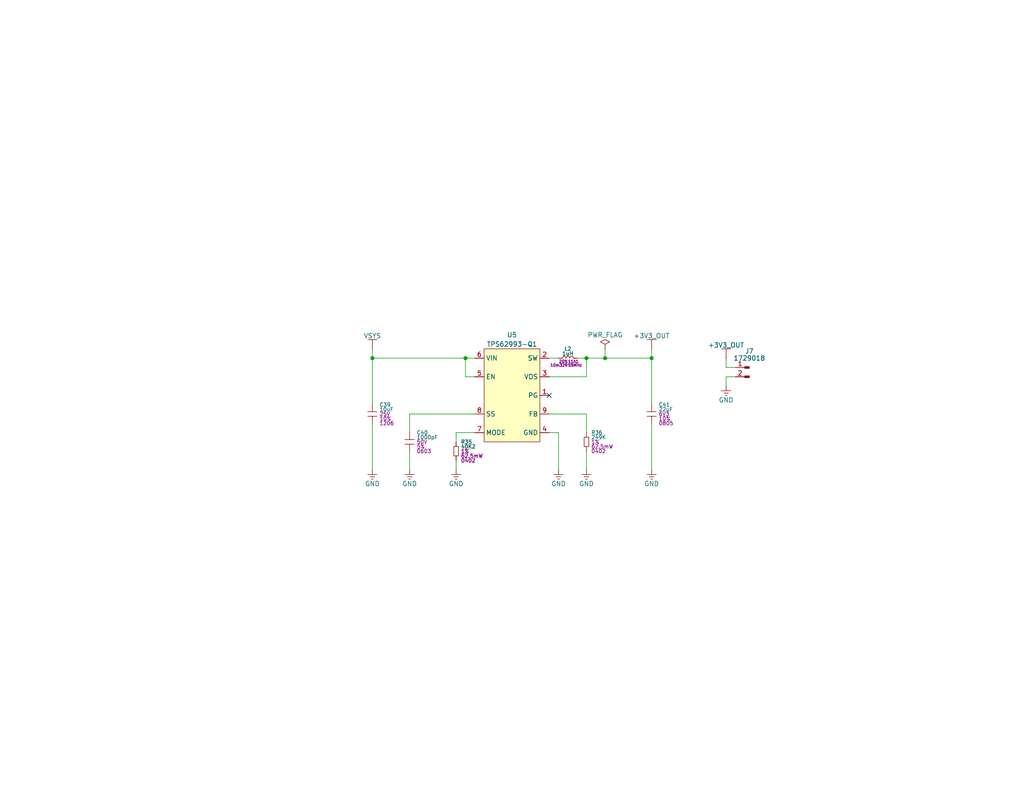
<source format=kicad_sch>
(kicad_sch (version 20250114) (generator "eeschema") (generator_version "9.0")
  (paper "USLetter")
  (title_block (title "Voltage Regulator") (date "2025-01-14") (rev "2.1") (comment 2 "PROTOTYPE") (comment 3 "2024"))
  (lib_symbols
    (symbol "lib_sch:+3V3_OUT" (power) (pin_numbers (hide yes)) (pin_names (offset 0) (hide yes))
      (property "Value" "+3V3_OUT" (at 0 3.556 0))
      (symbol "+3V3_OUT_0_1"
        (polyline (pts (xy -1.27 2.54) (xy 0 2.54)))
        (polyline (pts (xy 0 2.54) (xy 1.27 2.54)))
        (polyline (pts (xy 0 0) (xy 0 2.54)))
      )
      (symbol "+3V3_OUT_1_1"
        (pin power_in line (at 0 0 90) (length 0) (name "~") (number "1"))
      )
    )
    (symbol "lib_sch:C" (pin_numbers (hide yes)) (pin_names (hide yes))
      (property "Reference" "C?" (at 1.905 2.54 0))
      (property "Value" "CAP" (at 1.905 1.27 0))
      (property "Tolerance" "TOL" (at 1.905 -1.27 0))
      (property "Voltage Rating" "VOLTAGE" (at 1.905 0 0))
      (property "Package" "PKG" (at 1.905 -2.54 0))
      (symbol "C_0_1"
        (polyline (pts (xy -1.27 0.635) (xy 1.27 0.635)))
        (polyline (pts (xy -1.27 -0.635) (xy 1.27 -0.635)))
      )
      (symbol "C_1_1"
        (pin passive line (at 0 2.54 270) (length 1.905) (name "") (number "1"))
        (pin passive line (at 0 -2.54 90) (length 1.905) (name "") (number "2"))
      )
    )
    (symbol "lib_sch:Conn_01x02_Pin" (pin_names (hide yes))
      (property "Reference" "J?" (at 0 5.715 0))
      (property "Value" "VAL" (at 0 3.81 0))
      (symbol "Conn_01x02_Pin_1_0"
        (pin passive line (at 3.81 1.27 180) (length 2.54) (name "") (number "1"))
        (pin passive line (at 3.81 -1.27 180) (length 2.54) (name "") (number "2"))
      )
      (symbol "Conn_01x02_Pin_1_1"
        (rectangle (start 0 1.524) (end 1.27 1.016) (fill (type outline)))
        (rectangle (start 0 -1.016) (end 1.27 -1.524) (fill (type outline)))
      )
    )
    (symbol "lib_sch:GND" (power) (pin_numbers (hide yes)) (pin_names (offset 0) (hide yes))
      (property "Value" "GND" (at 0 -3.81 0))
      (symbol "GND_0_1"
        (polyline (pts (xy -1.27 -1.27) (xy -1.27 -1.27)))
        (polyline (pts (xy -0.635 -1.905) (xy 0.635 -1.905)))
        (polyline (pts (xy -0.254 -2.54) (xy -0.254 -2.54)))
        (polyline (pts (xy -0.254 -2.54) (xy 0.254 -2.54)))
        (polyline (pts (xy 0 0) (xy 0 -1.27)))
        (polyline (pts (xy 1.27 -1.27) (xy -1.27 -1.27)))
      )
      (symbol "GND_1_1"
        (pin power_in line (at 0 0 270) (length 0) (name "~") (number "1"))
      )
    )
    (symbol "lib_sch:L_horizontal" (pin_numbers (hide yes)) (pin_names (hide yes))
      (property "Reference" "L?" (at 0 2.54 0))
      (property "Value" "VAL" (at 0 1.27 0))
      (property "Tolerance" "TOL" (at 0 -0.889 0))
      (property "Current Rating" "IMAX" (at 0 -0.889 0))
      (property "DC Resistance" "DCR" (at 0 -1.905 0))
      (property "Resonant Frequency" "FRES" (at 0 -1.905 0))
      (symbol "L_horizontal_0_1"
        (arc (start -1.524 0) (mid -1.3752 0.3592) (end -1.016 0.508))
        (arc (start -1.016 0.508) (mid -0.6568 0.3592) (end -0.508 0))
        (arc (start -0.508 0) (mid -0.3592 0.3592) (end 0 0.508))
        (arc (start 0 0.508) (mid 0.3592 0.3592) (end 0.508 0))
        (arc (start 0.508 0) (mid 0.6568 0.3592) (end 1.016 0.508))
        (arc (start 1.016 0.508) (mid 1.3752 0.3592) (end 1.524 0))
      )
      (symbol "L_horizontal_1_0"
        (pin passive line (at -2.54 0 0) (length 1.016) (name "") (number "1"))
        (pin passive line (at 2.54 0 180) (length 1.016) (name "") (number "2"))
      )
    )
    (symbol "lib_sch:PWR_FLAG" (power) (pin_numbers (hide yes)) (pin_names (offset 0) (hide yes))
      (property "Value" "PWR_FLAG" (at 0 3.81 0))
      (symbol "PWR_FLAG_0_1"
        (polyline (pts (xy 0 1.27) (xy -1.27 1.905) (xy 0 2.54) (xy 1.27 1.905) (xy 0 1.27)))
        (polyline (pts (xy 0 0) (xy 0 1.27)))
      )
      (symbol "PWR_FLAG_1_1"
        (pin power_out line (at 0 0 90) (length 0) (name "~") (number "1"))
      )
    )
    (symbol "lib_sch:R"
      (property "Reference" "R?" (at 1.27 2.54 0))
      (property "Value" "VAL" (at 1.27 1.27 0))
      (property "Tolerance" "TOL" (at 1.27 0 0))
      (property "Power Rating" "PWR" (at 1.27 -1.27 0))
      (property "Package" "PKG" (at 1.27 -2.54 0))
      (symbol "R_0_1"
        (polyline (pts (xy -0.635 1.27) (xy -0.635 -1.27) (xy 0.635 -1.27) (xy 0.635 1.27) (xy -0.635 1.27)))
      )
      (symbol "R_1_1"
        (pin passive line (at 0 2.54 270) (length 1.27) (name "") (number "1"))
        (pin passive line (at 0 -2.54 90) (length 1.27) (name "") (number "2"))
      )
    )
    (symbol "lib_sch:TPS62993-Q1"
      (property "Reference" "U" (at 0 16.51 0))
      (property "Value" "TPS62993-Q1" (at 0 13.97 0))
      (symbol "TPS62993-Q1_0_0"
        (pin power_in line (at -10.16 10.16 0) (length 2.54) (name "VIN") (number "6"))
        (pin input line (at -10.16 5.08 0) (length 2.54) (name "EN") (number "5"))
        (pin passive line (at 10.16 10.16 180) (length 2.54) (name "SW") (number "2"))
        (pin input line (at 10.16 5.08 180) (length 2.54) (name "VOS") (number "3"))
        (pin output line (at 10.16 0 180) (length 2.54) (name "PG") (number "1"))
        (pin input line (at 10.16 -5.08 180) (length 2.54) (name "FB") (number "9"))
        (pin passive line (at 10.16 -10.16 180) (length 2.54) (name "GND") (number "4"))
      )
      (symbol "TPS62993-Q1_1_0"
        (pin input line (at -10.16 -5.08 0) (length 2.54) (name "SS") (number "8"))
        (pin input line (at -10.16 -10.16 0) (length 2.54) (name "MODE") (number "7"))
      )
      (symbol "TPS62993-Q1_1_1"
        (rectangle (start -7.62 12.7) (end 7.62 -12.7) (fill (type background)))
      )
    )
    (symbol "lib_sch:VSYS" (power) (pin_numbers (hide yes)) (pin_names (offset 0) (hide yes))
      (property "Value" "VSYS" (at 0 3.556 0))
      (symbol "VSYS_0_1"
        (polyline (pts (xy -1.27 2.54) (xy 0 2.54)))
        (polyline (pts (xy 0 2.54) (xy 1.27 2.54)))
        (polyline (pts (xy 0 0) (xy 0 2.54)))
      )
      (symbol "VSYS_1_1"
        (pin power_in line (at 0 0 90) (length 0) (name "~") (number "1"))
      )
    )
  )
  (junction (at 101.6 97.79))
  (junction (at 177.8 97.79))
  (junction (at 160.02 97.79))
  (junction (at 127 97.79))
  (junction (at 165.1 97.79))
  (no_connect (at 149.86 107.95))
  (wire (pts (xy 160.02 118.11) (xy 160.02 113.03)))
  (wire (pts (xy 111.76 123.19) (xy 111.76 128.27)))
  (wire (pts (xy 198.12 105.41) (xy 198.12 102.87)))
  (wire (pts (xy 198.12 97.79) (xy 198.12 100.33)))
  (wire (pts (xy 124.46 125.73) (xy 124.46 128.27)))
  (wire (pts (xy 101.6 97.79) (xy 101.6 110.49)))
  (wire (pts (xy 101.6 115.57) (xy 101.6 128.27)))
  (wire (pts (xy 177.8 110.49) (xy 177.8 97.79)))
  (wire (pts (xy 152.4 128.27) (xy 152.4 118.11)))
  (wire (pts (xy 160.02 102.87) (xy 160.02 97.79)))
  (wire (pts (xy 101.6 95.25) (xy 101.6 97.79)))
  (wire (pts (xy 198.12 100.33) (xy 200.66 100.33)))
  (wire (pts (xy 160.02 97.79) (xy 165.1 97.79)))
  (wire (pts (xy 160.02 113.03) (xy 149.86 113.03)))
  (wire (pts (xy 149.86 102.87) (xy 160.02 102.87)))
  (wire (pts (xy 129.54 102.87) (xy 127 102.87)))
  (wire (pts (xy 127 97.79) (xy 129.54 97.79)))
  (wire (pts (xy 177.8 115.57) (xy 177.8 128.27)))
  (wire (pts (xy 127 102.87) (xy 127 97.79)))
  (wire (pts (xy 160.02 97.79) (xy 157.48 97.79)))
  (wire (pts (xy 165.1 97.79) (xy 177.8 97.79)))
  (wire (pts (xy 152.4 118.11) (xy 149.86 118.11)))
  (wire (pts (xy 149.86 97.79) (xy 152.4 97.79)))
  (wire (pts (xy 124.46 118.11) (xy 124.46 120.65)))
  (wire (pts (xy 165.1 95.25) (xy 165.1 97.79)))
  (wire (pts (xy 111.76 113.03) (xy 129.54 113.03)))
  (wire (pts (xy 129.54 118.11) (xy 124.46 118.11)))
  (wire (pts (xy 101.6 97.79) (xy 127 97.79)))
  (wire (pts (xy 111.76 113.03) (xy 111.76 118.11)))
  (wire (pts (xy 160.02 123.19) (xy 160.02 128.27)))
  (wire (pts (xy 177.8 95.25) (xy 177.8 97.79)))
  (wire (pts (xy 198.12 102.87) (xy 200.66 102.87)))
  (symbol (lib_id "lib_sch:GND") (at 111.76 128.27 0) (unit 1)
    (property "Reference" "#PWR066" (effects (hide yes)))
    (property "Value" "GND" (at 111.76 132.08 0))
  )
  (symbol (lib_id "lib_sch:GND") (at 198.12 105.41 0) (unit 1)
    (property "Reference" "#PWR073" (effects (hide yes)))
    (property "Value" "GND" (at 198.12 109.22 0))
  )
  (symbol (lib_id "lib_sch:GND") (at 124.46 128.27 0) (unit 1)
    (property "Reference" "#PWR067" (effects (hide yes)))
    (property "Value" "GND" (at 124.46 132.08 0))
  )
  (symbol (lib_id "lib_sch:C") (at 111.76 120.65 0) (unit 1)
    (property "Reference" "C40" (at 113.665 118.11 0) (effects (font (size 1.016 1.016)) (justify left)))
    (property "Value" "1000pF" (at 113.665 119.38 0) (effects (font (size 1.016 1.016)) (justify left)))
    (property "Footprint" "lib_fp:MLCC0603" (effects (hide yes)))
    (property "Datasheet" "datasheets/Kyocera-AVX-MLCCKAM.pdf" (effects (hide yes)))
    (property "Description" "CAP CER 1000PF 50V X7R 0603" (effects (hide yes)))
    (property "Manufacturer" "KYOCERA AVX" (effects (hide yes)))
    (property "MPN" "KAM15AR71H102JT" (effects (hide yes)))
    (property "DKPN" "478-KAM15AR71H102JTCT-ND" (effects (hide yes)))
    (property "Tolerance" "5%" (at 113.665 121.92 0) (effects (font (size 1.016 1.016)) (justify left)))
    (property "Voltage Rating" "50V" (at 113.665 120.65 0) (effects (font (size 1.016 1.016)) (justify left)))
    (property "Package" "0603" (at 113.665 123.19 0) (effects (font (size 1.016 1.016)) (justify left)))
  )
  (symbol (lib_id "lib_sch:Conn_01x02_Pin") (at 204.47 101.6 0) (mirror y) (unit 1)
    (property "Reference" "J7" (at 204.47 95.885 0))
    (property "Value" "1729018" (at 204.47 97.79 0))
    (property "Footprint" "lib_fp:5mmTerminalBlock" (effects (hide yes)))
    (property "Datasheet" "datasheets/Phoenix-Contact-1729018.pdf" (effects (hide yes)))
    (property "Description" "TERM BLK 2POS SIDE ENTRY 5MM PCB" (effects (hide yes)))
    (property "Manufacturer" "Phoenix Contact" (effects (hide yes)))
    (property "MPN" "1729018" (effects (hide yes)))
    (property "DKPN" "277-1236-ND" (effects (hide yes)))
  )
  (symbol (lib_id "lib_sch:GND") (at 152.4 128.27 0) (unit 1)
    (property "Reference" "#PWR068" (effects (hide yes)))
    (property "Value" "GND" (at 152.4 132.08 0))
  )
  (symbol (lib_id "lib_sch:R") (at 160.02 120.65 0) (unit 1)
    (property "Reference" "R36" (at 161.29 118.11 0) (effects (font (size 1.016 1.016)) (justify left)))
    (property "Value" "249K" (at 161.29 119.38 0) (effects (font (size 1.016 1.016)) (justify left)))
    (property "Footprint" "lib_fp:CRCW0402" (effects (hide yes)))
    (property "Datasheet" "datasheets/Vishay-Dale-DRCWe3.pdf" (effects (hide yes)))
    (property "Description" "RES SMD 249K OHM 1% 1/16W 0402" (effects (hide yes)))
    (property "Manufacturer" "Vishay Dale" (effects (hide yes)))
    (property "MPN" "CRCW0402249KFKED" (effects (hide yes)))
    (property "DKPN" "541-249KLCT-ND" (effects (hide yes)))
    (property "Tolerance" "1%" (at 161.29 120.65 0) (effects (font (size 1.016 1.016)) (justify left)))
    (property "Power Rating" "62.5mW" (at 161.29 121.92 0) (effects (font (size 1.016 1.016)) (justify left)))
    (property "Package" "0402" (at 161.29 123.19 0) (effects (font (size 1.016 1.016)) (justify left)))
  )
  (symbol (lib_id "lib_sch:PWR_FLAG") (at 165.1 95.25 0) (unit 1)
    (property "Reference" "#FLG06" (effects (hide yes)))
    (property "Value" "PWR_FLAG" (at 165.1 91.44 0))
    (property "Description" "Special symbol for telling ERC where power comes from" (effects (hide yes)))
  )
  (symbol (lib_id "lib_sch:C") (at 177.8 113.03 0) (unit 1)
    (property "Reference" "C41" (at 179.705 110.49 0) (effects (font (size 1.016 1.016)) (justify left)))
    (property "Value" "22uF" (at 179.705 111.76 0) (effects (font (size 1.016 1.016)) (justify left)))
    (property "Footprint" "lib_fp:MLCC0805" (effects (hide yes)))
    (property "Datasheet" "datasheets/Kyocera-AVX-MLCCKAM.pdf" (effects (hide yes)))
    (property "Description" "CAP CER 22UF 6.3V X7T 0805" (effects (hide yes)))
    (property "Manufacturer" "KYOCERA AVX" (effects (hide yes)))
    (property "MPN" "KAM21AT70J226KU" (effects (hide yes)))
    (property "DKPN" "478-KAM21AT70J226KUCT-ND" (effects (hide yes)))
    (property "Tolerance" "10%" (at 179.705 114.3 0) (effects (font (size 1.016 1.016)) (justify left)))
    (property "Voltage Rating" "6V3" (at 179.705 113.03 0) (effects (font (size 1.016 1.016)) (justify left)))
    (property "Package" "0805" (at 179.705 115.57 0) (effects (font (size 1.016 1.016)) (justify left)))
  )
  (symbol (lib_id "lib_sch:C") (at 101.6 113.03 0) (unit 1)
    (property "Reference" "C39" (at 103.505 110.49 0) (effects (font (size 1.016 1.016)) (justify left)))
    (property "Value" "10uF" (at 103.505 111.76 0) (effects (font (size 1.016 1.016)) (justify left)))
    (property "Footprint" "lib_fp:MLCC1206" (effects (hide yes)))
    (property "Datasheet" "datasheets/TDK-CGA-MLCC.pdf" (effects (hide yes)))
    (property "Description" "AUTOMOTIVE GRADE,1206,X7R,25V,10" (effects (hide yes)))
    (property "Manufacturer" "TDK Corporation" (effects (hide yes)))
    (property "MPN" "CGA5L1X7R1E106K160DC" (effects (hide yes)))
    (property "DKPN" "445-CGA5L1X7R1E106K160DCCT-ND" (effects (hide yes)))
    (property "Tolerance" "10%" (at 103.505 114.3 0) (effects (font (size 1.016 1.016)) (justify left)))
    (property "Voltage Rating" "25V" (at 103.505 113.03 0) (effects (font (size 1.016 1.016)) (justify left)))
    (property "Package" "1206" (at 103.505 115.57 0) (effects (font (size 1.016 1.016)) (justify left)))
  )
  (symbol (lib_id "lib_sch:+3V3_OUT") (at 177.8 95.25 0) (unit 1)
    (property "Reference" "#PWR070" (effects (hide yes)))
    (property "Value" "+3V3_OUT" (at 177.8 91.694 0))
  )
  (symbol (lib_id "lib_sch:GND") (at 160.02 128.27 0) (unit 1)
    (property "Reference" "#PWR069" (effects (hide yes)))
    (property "Value" "GND" (at 160.02 132.08 0))
  )
  (symbol (lib_id "lib_sch:VSYS") (at 101.6 95.25 0) (unit 1)
    (property "Reference" "#PWR064" (effects (hide yes)))
    (property "Value" "VSYS" (at 101.6 91.694 0))
  )
  (symbol (lib_id "lib_sch:R") (at 124.46 123.19 0) (unit 1)
    (property "Reference" "R35" (at 125.73 120.65 0) (effects (font (size 1.016 1.016)) (justify left)))
    (property "Value" "40K2" (at 125.73 121.92 0) (effects (font (size 1.016 1.016)) (justify left)))
    (property "Footprint" "lib_fp:CRCW0402" (effects (hide yes)))
    (property "Datasheet" "datasheets/Vishay-Dale-DRCWe3.pdf" (effects (hide yes)))
    (property "Description" "RES SMD 40.2K OHM 1% 1/16W 0402" (effects (hide yes)))
    (property "Manufacturer" "Vishay Dale" (effects (hide yes)))
    (property "MPN" "CRCW040240K2FKED" (effects (hide yes)))
    (property "DKPN" "541-40.2KLCT-ND" (effects (hide yes)))
    (property "Tolerance" "1%" (at 125.73 123.19 0) (effects (font (size 1.016 1.016)) (justify left)))
    (property "Power Rating" "62.5mW" (at 125.73 124.46 0) (effects (font (size 1.016 1.016)) (justify left)))
    (property "Package" "0402" (at 125.73 125.73 0) (effects (font (size 1.016 1.016)) (justify left)))
  )
  (symbol (lib_id "lib_sch:GND") (at 101.6 128.27 0) (unit 1)
    (property "Reference" "#PWR065" (effects (hide yes)))
    (property "Value" "GND" (at 101.6 132.08 0))
  )
  (symbol (lib_id "lib_sch:+3V3_OUT") (at 198.12 97.79 0) (unit 1)
    (property "Reference" "#PWR072" (effects (hide yes)))
    (property "Value" "+3V3_OUT" (at 198.12 94.234 0))
  )
  (symbol (lib_id "lib_sch:L_horizontal") (at 154.94 97.79 0) (unit 1)
    (property "Reference" "L2" (at 154.94 95.25 0) (effects (font (size 1.016 1.016))))
    (property "Value" "1uH" (at 154.94 96.52 0) (effects (font (size 1.016 1.016))))
    (property "Footprint" "lib_fp:WE-XHMI-4030" (effects (hide yes)))
    (property "Datasheet" "datasheets/Wurth-Elektronik-74439324010.pdf" (effects (hide yes)))
    (property "Description" "1 µH Shielded Molded Inductor 11.1 A 10.32mOhm Max Nonstandard" (effects (hide yes)))
    (property "Manufacturer" "Würth Elektronik" (effects (hide yes)))
    (property "MPN" "74439324010" (effects (hide yes)))
    (property "DKPN" "732-74439324010CT-ND" (effects (hide yes)))
    (property "Tolerance" "20%" (at 154.94 98.679 0) (effects (font (size 0.762 0.762)) (justify right)))
    (property "Current Rating" "11A1" (at 154.94 98.679 0) (effects (font (size 0.762 0.762)) (justify left)))
    (property "DC Resistance" "10m32R" (at 154.94 99.695 0) (effects (font (size 0.762 0.762)) (justify right)))
    (property "Resonant Frequency" "55MHz" (at 154.94 99.695 0) (effects (font (size 0.762 0.762)) (justify left)))
  )
  (symbol (lib_id "lib_sch:TPS62993-Q1") (at 139.7 107.95 0) (unit 1)
    (property "Reference" "U5" (at 139.7 91.44 0))
    (property "Value" "TPS62993-Q1" (at 139.7 93.98 0))
    (property "Footprint" "lib_fp:RYT0009A" (effects (hide yes)))
    (property "Datasheet" "datasheets/Texas-Instruments-TPS62993-Q1.pdf" (effects (hide yes)))
    (property "Description" "IC REG BUCK ADJ 3A 9VQFN" (effects (hide yes)))
    (property "Manufacturer" "Texas-Instruments" (effects (hide yes)))
    (property "MPN" "TPS62993QRYTRQ1" (effects (hide yes)))
    (property "DKPN" "296-TPS62993QRYTRQ1CT-ND" (effects (hide yes)))
  )
  (symbol (lib_id "lib_sch:GND") (at 177.8 128.27 0) (unit 1)
    (property "Reference" "#PWR071" (effects (hide yes)))
    (property "Value" "GND" (at 177.8 132.08 0))
  )
)
</source>
